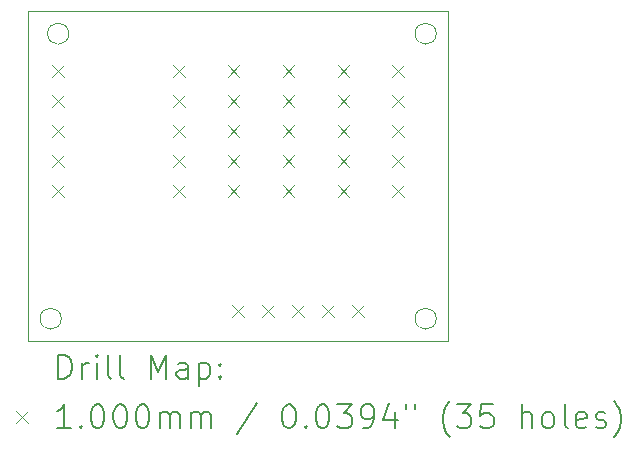
<source format=gbr>
%TF.GenerationSoftware,KiCad,Pcbnew,7.0.8*%
%TF.CreationDate,2023-12-26T11:26:24-03:00*%
%TF.ProjectId,teste2,74657374-6532-42e6-9b69-6361645f7063,rev?*%
%TF.SameCoordinates,Original*%
%TF.FileFunction,Drillmap*%
%TF.FilePolarity,Positive*%
%FSLAX45Y45*%
G04 Gerber Fmt 4.5, Leading zero omitted, Abs format (unit mm)*
G04 Created by KiCad (PCBNEW 7.0.8) date 2023-12-26 11:26:24*
%MOMM*%
%LPD*%
G01*
G04 APERTURE LIST*
%ADD10C,0.100000*%
%ADD11C,0.200000*%
G04 APERTURE END LIST*
D10*
X15647303Y-8191500D02*
G75*
G03*
X15647303Y-8191500I-89803J0D01*
G01*
X12472303Y-8191500D02*
G75*
G03*
X12472303Y-8191500I-89803J0D01*
G01*
X15647303Y-5778500D02*
G75*
G03*
X15647303Y-5778500I-89803J0D01*
G01*
X12535803Y-5778500D02*
G75*
G03*
X12535803Y-5778500I-89803J0D01*
G01*
X12192000Y-5588000D02*
X15748000Y-5588000D01*
X15748000Y-8382000D01*
X12192000Y-8382000D01*
X12192000Y-5588000D01*
D11*
D10*
X12396000Y-6046000D02*
X12496000Y-6146000D01*
X12496000Y-6046000D02*
X12396000Y-6146000D01*
X12396000Y-6300000D02*
X12496000Y-6400000D01*
X12496000Y-6300000D02*
X12396000Y-6400000D01*
X12396000Y-6554000D02*
X12496000Y-6654000D01*
X12496000Y-6554000D02*
X12396000Y-6654000D01*
X12396000Y-6808000D02*
X12496000Y-6908000D01*
X12496000Y-6808000D02*
X12396000Y-6908000D01*
X12396000Y-7062000D02*
X12496000Y-7162000D01*
X12496000Y-7062000D02*
X12396000Y-7162000D01*
X13416000Y-6046000D02*
X13516000Y-6146000D01*
X13516000Y-6046000D02*
X13416000Y-6146000D01*
X13416000Y-6300000D02*
X13516000Y-6400000D01*
X13516000Y-6300000D02*
X13416000Y-6400000D01*
X13416000Y-6554000D02*
X13516000Y-6654000D01*
X13516000Y-6554000D02*
X13416000Y-6654000D01*
X13416000Y-6808000D02*
X13516000Y-6908000D01*
X13516000Y-6808000D02*
X13416000Y-6908000D01*
X13416000Y-7062000D02*
X13516000Y-7162000D01*
X13516000Y-7062000D02*
X13416000Y-7162000D01*
X13881000Y-6046000D02*
X13981000Y-6146000D01*
X13981000Y-6046000D02*
X13881000Y-6146000D01*
X13881000Y-6300000D02*
X13981000Y-6400000D01*
X13981000Y-6300000D02*
X13881000Y-6400000D01*
X13881000Y-6554000D02*
X13981000Y-6654000D01*
X13981000Y-6554000D02*
X13881000Y-6654000D01*
X13881000Y-6808000D02*
X13981000Y-6908000D01*
X13981000Y-6808000D02*
X13881000Y-6908000D01*
X13881000Y-7062000D02*
X13981000Y-7162000D01*
X13981000Y-7062000D02*
X13881000Y-7162000D01*
X13920000Y-8078000D02*
X14020000Y-8178000D01*
X14020000Y-8078000D02*
X13920000Y-8178000D01*
X14174000Y-8078000D02*
X14274000Y-8178000D01*
X14274000Y-8078000D02*
X14174000Y-8178000D01*
X14346000Y-6046000D02*
X14446000Y-6146000D01*
X14446000Y-6046000D02*
X14346000Y-6146000D01*
X14346000Y-6300000D02*
X14446000Y-6400000D01*
X14446000Y-6300000D02*
X14346000Y-6400000D01*
X14346000Y-6554000D02*
X14446000Y-6654000D01*
X14446000Y-6554000D02*
X14346000Y-6654000D01*
X14346000Y-6808000D02*
X14446000Y-6908000D01*
X14446000Y-6808000D02*
X14346000Y-6908000D01*
X14346000Y-7062000D02*
X14446000Y-7162000D01*
X14446000Y-7062000D02*
X14346000Y-7162000D01*
X14428000Y-8078000D02*
X14528000Y-8178000D01*
X14528000Y-8078000D02*
X14428000Y-8178000D01*
X14682000Y-8078000D02*
X14782000Y-8178000D01*
X14782000Y-8078000D02*
X14682000Y-8178000D01*
X14811000Y-6046000D02*
X14911000Y-6146000D01*
X14911000Y-6046000D02*
X14811000Y-6146000D01*
X14811000Y-6300000D02*
X14911000Y-6400000D01*
X14911000Y-6300000D02*
X14811000Y-6400000D01*
X14811000Y-6554000D02*
X14911000Y-6654000D01*
X14911000Y-6554000D02*
X14811000Y-6654000D01*
X14811000Y-6808000D02*
X14911000Y-6908000D01*
X14911000Y-6808000D02*
X14811000Y-6908000D01*
X14811000Y-7062000D02*
X14911000Y-7162000D01*
X14911000Y-7062000D02*
X14811000Y-7162000D01*
X14936000Y-8078000D02*
X15036000Y-8178000D01*
X15036000Y-8078000D02*
X14936000Y-8178000D01*
X15276000Y-6046000D02*
X15376000Y-6146000D01*
X15376000Y-6046000D02*
X15276000Y-6146000D01*
X15276000Y-6300000D02*
X15376000Y-6400000D01*
X15376000Y-6300000D02*
X15276000Y-6400000D01*
X15276000Y-6554000D02*
X15376000Y-6654000D01*
X15376000Y-6554000D02*
X15276000Y-6654000D01*
X15276000Y-6808000D02*
X15376000Y-6908000D01*
X15376000Y-6808000D02*
X15276000Y-6908000D01*
X15276000Y-7062000D02*
X15376000Y-7162000D01*
X15376000Y-7062000D02*
X15276000Y-7162000D01*
D11*
X12447777Y-8698484D02*
X12447777Y-8498484D01*
X12447777Y-8498484D02*
X12495396Y-8498484D01*
X12495396Y-8498484D02*
X12523967Y-8508008D01*
X12523967Y-8508008D02*
X12543015Y-8527055D01*
X12543015Y-8527055D02*
X12552539Y-8546103D01*
X12552539Y-8546103D02*
X12562062Y-8584198D01*
X12562062Y-8584198D02*
X12562062Y-8612770D01*
X12562062Y-8612770D02*
X12552539Y-8650865D01*
X12552539Y-8650865D02*
X12543015Y-8669912D01*
X12543015Y-8669912D02*
X12523967Y-8688960D01*
X12523967Y-8688960D02*
X12495396Y-8698484D01*
X12495396Y-8698484D02*
X12447777Y-8698484D01*
X12647777Y-8698484D02*
X12647777Y-8565150D01*
X12647777Y-8603246D02*
X12657301Y-8584198D01*
X12657301Y-8584198D02*
X12666824Y-8574674D01*
X12666824Y-8574674D02*
X12685872Y-8565150D01*
X12685872Y-8565150D02*
X12704920Y-8565150D01*
X12771586Y-8698484D02*
X12771586Y-8565150D01*
X12771586Y-8498484D02*
X12762062Y-8508008D01*
X12762062Y-8508008D02*
X12771586Y-8517531D01*
X12771586Y-8517531D02*
X12781110Y-8508008D01*
X12781110Y-8508008D02*
X12771586Y-8498484D01*
X12771586Y-8498484D02*
X12771586Y-8517531D01*
X12895396Y-8698484D02*
X12876348Y-8688960D01*
X12876348Y-8688960D02*
X12866824Y-8669912D01*
X12866824Y-8669912D02*
X12866824Y-8498484D01*
X13000158Y-8698484D02*
X12981110Y-8688960D01*
X12981110Y-8688960D02*
X12971586Y-8669912D01*
X12971586Y-8669912D02*
X12971586Y-8498484D01*
X13228729Y-8698484D02*
X13228729Y-8498484D01*
X13228729Y-8498484D02*
X13295396Y-8641341D01*
X13295396Y-8641341D02*
X13362062Y-8498484D01*
X13362062Y-8498484D02*
X13362062Y-8698484D01*
X13543015Y-8698484D02*
X13543015Y-8593722D01*
X13543015Y-8593722D02*
X13533491Y-8574674D01*
X13533491Y-8574674D02*
X13514443Y-8565150D01*
X13514443Y-8565150D02*
X13476348Y-8565150D01*
X13476348Y-8565150D02*
X13457301Y-8574674D01*
X13543015Y-8688960D02*
X13523967Y-8698484D01*
X13523967Y-8698484D02*
X13476348Y-8698484D01*
X13476348Y-8698484D02*
X13457301Y-8688960D01*
X13457301Y-8688960D02*
X13447777Y-8669912D01*
X13447777Y-8669912D02*
X13447777Y-8650865D01*
X13447777Y-8650865D02*
X13457301Y-8631817D01*
X13457301Y-8631817D02*
X13476348Y-8622293D01*
X13476348Y-8622293D02*
X13523967Y-8622293D01*
X13523967Y-8622293D02*
X13543015Y-8612770D01*
X13638253Y-8565150D02*
X13638253Y-8765150D01*
X13638253Y-8574674D02*
X13657301Y-8565150D01*
X13657301Y-8565150D02*
X13695396Y-8565150D01*
X13695396Y-8565150D02*
X13714443Y-8574674D01*
X13714443Y-8574674D02*
X13723967Y-8584198D01*
X13723967Y-8584198D02*
X13733491Y-8603246D01*
X13733491Y-8603246D02*
X13733491Y-8660389D01*
X13733491Y-8660389D02*
X13723967Y-8679436D01*
X13723967Y-8679436D02*
X13714443Y-8688960D01*
X13714443Y-8688960D02*
X13695396Y-8698484D01*
X13695396Y-8698484D02*
X13657301Y-8698484D01*
X13657301Y-8698484D02*
X13638253Y-8688960D01*
X13819205Y-8679436D02*
X13828729Y-8688960D01*
X13828729Y-8688960D02*
X13819205Y-8698484D01*
X13819205Y-8698484D02*
X13809682Y-8688960D01*
X13809682Y-8688960D02*
X13819205Y-8679436D01*
X13819205Y-8679436D02*
X13819205Y-8698484D01*
X13819205Y-8574674D02*
X13828729Y-8584198D01*
X13828729Y-8584198D02*
X13819205Y-8593722D01*
X13819205Y-8593722D02*
X13809682Y-8584198D01*
X13809682Y-8584198D02*
X13819205Y-8574674D01*
X13819205Y-8574674D02*
X13819205Y-8593722D01*
D10*
X12087000Y-8977000D02*
X12187000Y-9077000D01*
X12187000Y-8977000D02*
X12087000Y-9077000D01*
D11*
X12552539Y-9118484D02*
X12438253Y-9118484D01*
X12495396Y-9118484D02*
X12495396Y-8918484D01*
X12495396Y-8918484D02*
X12476348Y-8947055D01*
X12476348Y-8947055D02*
X12457301Y-8966103D01*
X12457301Y-8966103D02*
X12438253Y-8975627D01*
X12638253Y-9099436D02*
X12647777Y-9108960D01*
X12647777Y-9108960D02*
X12638253Y-9118484D01*
X12638253Y-9118484D02*
X12628729Y-9108960D01*
X12628729Y-9108960D02*
X12638253Y-9099436D01*
X12638253Y-9099436D02*
X12638253Y-9118484D01*
X12771586Y-8918484D02*
X12790634Y-8918484D01*
X12790634Y-8918484D02*
X12809682Y-8928008D01*
X12809682Y-8928008D02*
X12819205Y-8937531D01*
X12819205Y-8937531D02*
X12828729Y-8956579D01*
X12828729Y-8956579D02*
X12838253Y-8994674D01*
X12838253Y-8994674D02*
X12838253Y-9042293D01*
X12838253Y-9042293D02*
X12828729Y-9080389D01*
X12828729Y-9080389D02*
X12819205Y-9099436D01*
X12819205Y-9099436D02*
X12809682Y-9108960D01*
X12809682Y-9108960D02*
X12790634Y-9118484D01*
X12790634Y-9118484D02*
X12771586Y-9118484D01*
X12771586Y-9118484D02*
X12752539Y-9108960D01*
X12752539Y-9108960D02*
X12743015Y-9099436D01*
X12743015Y-9099436D02*
X12733491Y-9080389D01*
X12733491Y-9080389D02*
X12723967Y-9042293D01*
X12723967Y-9042293D02*
X12723967Y-8994674D01*
X12723967Y-8994674D02*
X12733491Y-8956579D01*
X12733491Y-8956579D02*
X12743015Y-8937531D01*
X12743015Y-8937531D02*
X12752539Y-8928008D01*
X12752539Y-8928008D02*
X12771586Y-8918484D01*
X12962062Y-8918484D02*
X12981110Y-8918484D01*
X12981110Y-8918484D02*
X13000158Y-8928008D01*
X13000158Y-8928008D02*
X13009682Y-8937531D01*
X13009682Y-8937531D02*
X13019205Y-8956579D01*
X13019205Y-8956579D02*
X13028729Y-8994674D01*
X13028729Y-8994674D02*
X13028729Y-9042293D01*
X13028729Y-9042293D02*
X13019205Y-9080389D01*
X13019205Y-9080389D02*
X13009682Y-9099436D01*
X13009682Y-9099436D02*
X13000158Y-9108960D01*
X13000158Y-9108960D02*
X12981110Y-9118484D01*
X12981110Y-9118484D02*
X12962062Y-9118484D01*
X12962062Y-9118484D02*
X12943015Y-9108960D01*
X12943015Y-9108960D02*
X12933491Y-9099436D01*
X12933491Y-9099436D02*
X12923967Y-9080389D01*
X12923967Y-9080389D02*
X12914443Y-9042293D01*
X12914443Y-9042293D02*
X12914443Y-8994674D01*
X12914443Y-8994674D02*
X12923967Y-8956579D01*
X12923967Y-8956579D02*
X12933491Y-8937531D01*
X12933491Y-8937531D02*
X12943015Y-8928008D01*
X12943015Y-8928008D02*
X12962062Y-8918484D01*
X13152539Y-8918484D02*
X13171586Y-8918484D01*
X13171586Y-8918484D02*
X13190634Y-8928008D01*
X13190634Y-8928008D02*
X13200158Y-8937531D01*
X13200158Y-8937531D02*
X13209682Y-8956579D01*
X13209682Y-8956579D02*
X13219205Y-8994674D01*
X13219205Y-8994674D02*
X13219205Y-9042293D01*
X13219205Y-9042293D02*
X13209682Y-9080389D01*
X13209682Y-9080389D02*
X13200158Y-9099436D01*
X13200158Y-9099436D02*
X13190634Y-9108960D01*
X13190634Y-9108960D02*
X13171586Y-9118484D01*
X13171586Y-9118484D02*
X13152539Y-9118484D01*
X13152539Y-9118484D02*
X13133491Y-9108960D01*
X13133491Y-9108960D02*
X13123967Y-9099436D01*
X13123967Y-9099436D02*
X13114443Y-9080389D01*
X13114443Y-9080389D02*
X13104920Y-9042293D01*
X13104920Y-9042293D02*
X13104920Y-8994674D01*
X13104920Y-8994674D02*
X13114443Y-8956579D01*
X13114443Y-8956579D02*
X13123967Y-8937531D01*
X13123967Y-8937531D02*
X13133491Y-8928008D01*
X13133491Y-8928008D02*
X13152539Y-8918484D01*
X13304920Y-9118484D02*
X13304920Y-8985150D01*
X13304920Y-9004198D02*
X13314443Y-8994674D01*
X13314443Y-8994674D02*
X13333491Y-8985150D01*
X13333491Y-8985150D02*
X13362063Y-8985150D01*
X13362063Y-8985150D02*
X13381110Y-8994674D01*
X13381110Y-8994674D02*
X13390634Y-9013722D01*
X13390634Y-9013722D02*
X13390634Y-9118484D01*
X13390634Y-9013722D02*
X13400158Y-8994674D01*
X13400158Y-8994674D02*
X13419205Y-8985150D01*
X13419205Y-8985150D02*
X13447777Y-8985150D01*
X13447777Y-8985150D02*
X13466824Y-8994674D01*
X13466824Y-8994674D02*
X13476348Y-9013722D01*
X13476348Y-9013722D02*
X13476348Y-9118484D01*
X13571586Y-9118484D02*
X13571586Y-8985150D01*
X13571586Y-9004198D02*
X13581110Y-8994674D01*
X13581110Y-8994674D02*
X13600158Y-8985150D01*
X13600158Y-8985150D02*
X13628729Y-8985150D01*
X13628729Y-8985150D02*
X13647777Y-8994674D01*
X13647777Y-8994674D02*
X13657301Y-9013722D01*
X13657301Y-9013722D02*
X13657301Y-9118484D01*
X13657301Y-9013722D02*
X13666824Y-8994674D01*
X13666824Y-8994674D02*
X13685872Y-8985150D01*
X13685872Y-8985150D02*
X13714443Y-8985150D01*
X13714443Y-8985150D02*
X13733491Y-8994674D01*
X13733491Y-8994674D02*
X13743015Y-9013722D01*
X13743015Y-9013722D02*
X13743015Y-9118484D01*
X14133491Y-8908960D02*
X13962063Y-9166103D01*
X14390634Y-8918484D02*
X14409682Y-8918484D01*
X14409682Y-8918484D02*
X14428729Y-8928008D01*
X14428729Y-8928008D02*
X14438253Y-8937531D01*
X14438253Y-8937531D02*
X14447777Y-8956579D01*
X14447777Y-8956579D02*
X14457301Y-8994674D01*
X14457301Y-8994674D02*
X14457301Y-9042293D01*
X14457301Y-9042293D02*
X14447777Y-9080389D01*
X14447777Y-9080389D02*
X14438253Y-9099436D01*
X14438253Y-9099436D02*
X14428729Y-9108960D01*
X14428729Y-9108960D02*
X14409682Y-9118484D01*
X14409682Y-9118484D02*
X14390634Y-9118484D01*
X14390634Y-9118484D02*
X14371586Y-9108960D01*
X14371586Y-9108960D02*
X14362063Y-9099436D01*
X14362063Y-9099436D02*
X14352539Y-9080389D01*
X14352539Y-9080389D02*
X14343015Y-9042293D01*
X14343015Y-9042293D02*
X14343015Y-8994674D01*
X14343015Y-8994674D02*
X14352539Y-8956579D01*
X14352539Y-8956579D02*
X14362063Y-8937531D01*
X14362063Y-8937531D02*
X14371586Y-8928008D01*
X14371586Y-8928008D02*
X14390634Y-8918484D01*
X14543015Y-9099436D02*
X14552539Y-9108960D01*
X14552539Y-9108960D02*
X14543015Y-9118484D01*
X14543015Y-9118484D02*
X14533491Y-9108960D01*
X14533491Y-9108960D02*
X14543015Y-9099436D01*
X14543015Y-9099436D02*
X14543015Y-9118484D01*
X14676348Y-8918484D02*
X14695396Y-8918484D01*
X14695396Y-8918484D02*
X14714444Y-8928008D01*
X14714444Y-8928008D02*
X14723967Y-8937531D01*
X14723967Y-8937531D02*
X14733491Y-8956579D01*
X14733491Y-8956579D02*
X14743015Y-8994674D01*
X14743015Y-8994674D02*
X14743015Y-9042293D01*
X14743015Y-9042293D02*
X14733491Y-9080389D01*
X14733491Y-9080389D02*
X14723967Y-9099436D01*
X14723967Y-9099436D02*
X14714444Y-9108960D01*
X14714444Y-9108960D02*
X14695396Y-9118484D01*
X14695396Y-9118484D02*
X14676348Y-9118484D01*
X14676348Y-9118484D02*
X14657301Y-9108960D01*
X14657301Y-9108960D02*
X14647777Y-9099436D01*
X14647777Y-9099436D02*
X14638253Y-9080389D01*
X14638253Y-9080389D02*
X14628729Y-9042293D01*
X14628729Y-9042293D02*
X14628729Y-8994674D01*
X14628729Y-8994674D02*
X14638253Y-8956579D01*
X14638253Y-8956579D02*
X14647777Y-8937531D01*
X14647777Y-8937531D02*
X14657301Y-8928008D01*
X14657301Y-8928008D02*
X14676348Y-8918484D01*
X14809682Y-8918484D02*
X14933491Y-8918484D01*
X14933491Y-8918484D02*
X14866825Y-8994674D01*
X14866825Y-8994674D02*
X14895396Y-8994674D01*
X14895396Y-8994674D02*
X14914444Y-9004198D01*
X14914444Y-9004198D02*
X14923967Y-9013722D01*
X14923967Y-9013722D02*
X14933491Y-9032770D01*
X14933491Y-9032770D02*
X14933491Y-9080389D01*
X14933491Y-9080389D02*
X14923967Y-9099436D01*
X14923967Y-9099436D02*
X14914444Y-9108960D01*
X14914444Y-9108960D02*
X14895396Y-9118484D01*
X14895396Y-9118484D02*
X14838253Y-9118484D01*
X14838253Y-9118484D02*
X14819206Y-9108960D01*
X14819206Y-9108960D02*
X14809682Y-9099436D01*
X15028729Y-9118484D02*
X15066825Y-9118484D01*
X15066825Y-9118484D02*
X15085872Y-9108960D01*
X15085872Y-9108960D02*
X15095396Y-9099436D01*
X15095396Y-9099436D02*
X15114444Y-9070865D01*
X15114444Y-9070865D02*
X15123967Y-9032770D01*
X15123967Y-9032770D02*
X15123967Y-8956579D01*
X15123967Y-8956579D02*
X15114444Y-8937531D01*
X15114444Y-8937531D02*
X15104920Y-8928008D01*
X15104920Y-8928008D02*
X15085872Y-8918484D01*
X15085872Y-8918484D02*
X15047777Y-8918484D01*
X15047777Y-8918484D02*
X15028729Y-8928008D01*
X15028729Y-8928008D02*
X15019206Y-8937531D01*
X15019206Y-8937531D02*
X15009682Y-8956579D01*
X15009682Y-8956579D02*
X15009682Y-9004198D01*
X15009682Y-9004198D02*
X15019206Y-9023246D01*
X15019206Y-9023246D02*
X15028729Y-9032770D01*
X15028729Y-9032770D02*
X15047777Y-9042293D01*
X15047777Y-9042293D02*
X15085872Y-9042293D01*
X15085872Y-9042293D02*
X15104920Y-9032770D01*
X15104920Y-9032770D02*
X15114444Y-9023246D01*
X15114444Y-9023246D02*
X15123967Y-9004198D01*
X15295396Y-8985150D02*
X15295396Y-9118484D01*
X15247777Y-8908960D02*
X15200158Y-9051817D01*
X15200158Y-9051817D02*
X15323967Y-9051817D01*
X15390634Y-8918484D02*
X15390634Y-8956579D01*
X15466825Y-8918484D02*
X15466825Y-8956579D01*
X15762063Y-9194674D02*
X15752539Y-9185150D01*
X15752539Y-9185150D02*
X15733491Y-9156579D01*
X15733491Y-9156579D02*
X15723968Y-9137531D01*
X15723968Y-9137531D02*
X15714444Y-9108960D01*
X15714444Y-9108960D02*
X15704920Y-9061341D01*
X15704920Y-9061341D02*
X15704920Y-9023246D01*
X15704920Y-9023246D02*
X15714444Y-8975627D01*
X15714444Y-8975627D02*
X15723968Y-8947055D01*
X15723968Y-8947055D02*
X15733491Y-8928008D01*
X15733491Y-8928008D02*
X15752539Y-8899436D01*
X15752539Y-8899436D02*
X15762063Y-8889912D01*
X15819206Y-8918484D02*
X15943015Y-8918484D01*
X15943015Y-8918484D02*
X15876348Y-8994674D01*
X15876348Y-8994674D02*
X15904920Y-8994674D01*
X15904920Y-8994674D02*
X15923968Y-9004198D01*
X15923968Y-9004198D02*
X15933491Y-9013722D01*
X15933491Y-9013722D02*
X15943015Y-9032770D01*
X15943015Y-9032770D02*
X15943015Y-9080389D01*
X15943015Y-9080389D02*
X15933491Y-9099436D01*
X15933491Y-9099436D02*
X15923968Y-9108960D01*
X15923968Y-9108960D02*
X15904920Y-9118484D01*
X15904920Y-9118484D02*
X15847777Y-9118484D01*
X15847777Y-9118484D02*
X15828729Y-9108960D01*
X15828729Y-9108960D02*
X15819206Y-9099436D01*
X16123968Y-8918484D02*
X16028729Y-8918484D01*
X16028729Y-8918484D02*
X16019206Y-9013722D01*
X16019206Y-9013722D02*
X16028729Y-9004198D01*
X16028729Y-9004198D02*
X16047777Y-8994674D01*
X16047777Y-8994674D02*
X16095396Y-8994674D01*
X16095396Y-8994674D02*
X16114444Y-9004198D01*
X16114444Y-9004198D02*
X16123968Y-9013722D01*
X16123968Y-9013722D02*
X16133491Y-9032770D01*
X16133491Y-9032770D02*
X16133491Y-9080389D01*
X16133491Y-9080389D02*
X16123968Y-9099436D01*
X16123968Y-9099436D02*
X16114444Y-9108960D01*
X16114444Y-9108960D02*
X16095396Y-9118484D01*
X16095396Y-9118484D02*
X16047777Y-9118484D01*
X16047777Y-9118484D02*
X16028729Y-9108960D01*
X16028729Y-9108960D02*
X16019206Y-9099436D01*
X16371587Y-9118484D02*
X16371587Y-8918484D01*
X16457301Y-9118484D02*
X16457301Y-9013722D01*
X16457301Y-9013722D02*
X16447777Y-8994674D01*
X16447777Y-8994674D02*
X16428730Y-8985150D01*
X16428730Y-8985150D02*
X16400158Y-8985150D01*
X16400158Y-8985150D02*
X16381110Y-8994674D01*
X16381110Y-8994674D02*
X16371587Y-9004198D01*
X16581110Y-9118484D02*
X16562063Y-9108960D01*
X16562063Y-9108960D02*
X16552539Y-9099436D01*
X16552539Y-9099436D02*
X16543015Y-9080389D01*
X16543015Y-9080389D02*
X16543015Y-9023246D01*
X16543015Y-9023246D02*
X16552539Y-9004198D01*
X16552539Y-9004198D02*
X16562063Y-8994674D01*
X16562063Y-8994674D02*
X16581110Y-8985150D01*
X16581110Y-8985150D02*
X16609682Y-8985150D01*
X16609682Y-8985150D02*
X16628730Y-8994674D01*
X16628730Y-8994674D02*
X16638253Y-9004198D01*
X16638253Y-9004198D02*
X16647777Y-9023246D01*
X16647777Y-9023246D02*
X16647777Y-9080389D01*
X16647777Y-9080389D02*
X16638253Y-9099436D01*
X16638253Y-9099436D02*
X16628730Y-9108960D01*
X16628730Y-9108960D02*
X16609682Y-9118484D01*
X16609682Y-9118484D02*
X16581110Y-9118484D01*
X16762063Y-9118484D02*
X16743015Y-9108960D01*
X16743015Y-9108960D02*
X16733491Y-9089912D01*
X16733491Y-9089912D02*
X16733491Y-8918484D01*
X16914444Y-9108960D02*
X16895396Y-9118484D01*
X16895396Y-9118484D02*
X16857301Y-9118484D01*
X16857301Y-9118484D02*
X16838253Y-9108960D01*
X16838253Y-9108960D02*
X16828730Y-9089912D01*
X16828730Y-9089912D02*
X16828730Y-9013722D01*
X16828730Y-9013722D02*
X16838253Y-8994674D01*
X16838253Y-8994674D02*
X16857301Y-8985150D01*
X16857301Y-8985150D02*
X16895396Y-8985150D01*
X16895396Y-8985150D02*
X16914444Y-8994674D01*
X16914444Y-8994674D02*
X16923968Y-9013722D01*
X16923968Y-9013722D02*
X16923968Y-9032770D01*
X16923968Y-9032770D02*
X16828730Y-9051817D01*
X17000158Y-9108960D02*
X17019206Y-9118484D01*
X17019206Y-9118484D02*
X17057301Y-9118484D01*
X17057301Y-9118484D02*
X17076349Y-9108960D01*
X17076349Y-9108960D02*
X17085873Y-9089912D01*
X17085873Y-9089912D02*
X17085873Y-9080389D01*
X17085873Y-9080389D02*
X17076349Y-9061341D01*
X17076349Y-9061341D02*
X17057301Y-9051817D01*
X17057301Y-9051817D02*
X17028730Y-9051817D01*
X17028730Y-9051817D02*
X17009682Y-9042293D01*
X17009682Y-9042293D02*
X17000158Y-9023246D01*
X17000158Y-9023246D02*
X17000158Y-9013722D01*
X17000158Y-9013722D02*
X17009682Y-8994674D01*
X17009682Y-8994674D02*
X17028730Y-8985150D01*
X17028730Y-8985150D02*
X17057301Y-8985150D01*
X17057301Y-8985150D02*
X17076349Y-8994674D01*
X17152539Y-9194674D02*
X17162063Y-9185150D01*
X17162063Y-9185150D02*
X17181111Y-9156579D01*
X17181111Y-9156579D02*
X17190634Y-9137531D01*
X17190634Y-9137531D02*
X17200158Y-9108960D01*
X17200158Y-9108960D02*
X17209682Y-9061341D01*
X17209682Y-9061341D02*
X17209682Y-9023246D01*
X17209682Y-9023246D02*
X17200158Y-8975627D01*
X17200158Y-8975627D02*
X17190634Y-8947055D01*
X17190634Y-8947055D02*
X17181111Y-8928008D01*
X17181111Y-8928008D02*
X17162063Y-8899436D01*
X17162063Y-8899436D02*
X17152539Y-8889912D01*
M02*

</source>
